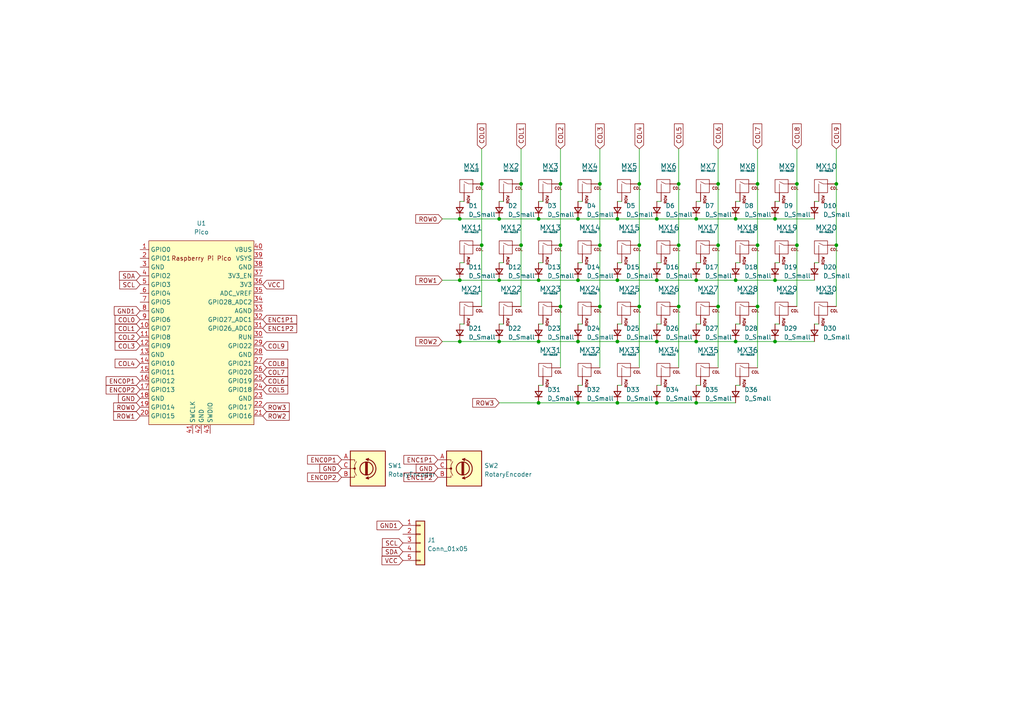
<source format=kicad_sch>
(kicad_sch (version 20211123) (generator eeschema)
  (paper "A4")
  (lib_symbols
    (symbol "Connector_Generic:Conn_01x05" (pin_names (offset 1.016) hide)
      (property "Reference" "J" (at 0 7.62 0))
      (property "Value" "Conn_01x05" (at 0 -7.62 0))
      (symbol "Conn_01x05_1_1"
        (rectangle (start -1.27 -4.953) (end 0 -5.207) (stroke (width 0.1524)))
        (rectangle (start -1.27 -2.413) (end 0 -2.667) (stroke (width 0.1524)))
        (rectangle (start -1.27 0.127) (end 0 -0.127) (stroke (width 0.1524)))
        (rectangle (start -1.27 2.667) (end 0 2.413) (stroke (width 0.1524)))
        (rectangle (start -1.27 5.207) (end 0 4.953) (stroke (width 0.1524)))
        (rectangle (start -1.27 6.35) (end 1.27 -6.35) (stroke (width 0.254)) (fill (type background)))
        (pin passive line (at -5.08 5.08 0) (length 3.81) (name "Pin_1") (number "1"))
        (pin passive line (at -5.08 2.54 0) (length 3.81) (name "Pin_2") (number "2"))
        (pin passive line (at -5.08 0 0) (length 3.81) (name "Pin_3") (number "3"))
        (pin passive line (at -5.08 -2.54 0) (length 3.81) (name "Pin_4") (number "4"))
        (pin passive line (at -5.08 -5.08 0) (length 3.81) (name "Pin_5") (number "5"))
      )
    )
    (symbol "Device:D_Small" (pin_numbers hide) (pin_names (offset 0.254) hide)
      (property "Reference" "D" (at -1.27 2.032 0))
      (property "Value" "D_Small" (at -3.81 -2.032 0))
      (symbol "D_Small_0_1"
        (polyline (pts (xy -0.762 -1.016) (xy -0.762 1.016)) (stroke (width 0.254)))
        (polyline (pts (xy -0.762 0) (xy 0.762 0)))
        (polyline (pts (xy 0.762 -1.016) (xy -0.762 0) (xy 0.762 1.016) (xy 0.762 -1.016)) (stroke (width 0.254)))
      )
      (symbol "D_Small_1_1"
        (pin passive line (at -2.54 0 0) (length 1.778) (name "K") (number "1"))
        (pin passive line (at 2.54 0 180) (length 1.778) (name "A") (number "2"))
      )
    )
    (symbol "Device:RotaryEncoder" (pin_names (offset 0.254) hide)
      (property "Reference" "SW" (at 0 6.604 0))
      (property "Value" "RotaryEncoder" (at 0 -6.604 0))
      (symbol "RotaryEncoder_0_1"
        (rectangle (start -5.08 5.08) (end 5.08 -5.08) (stroke (width 0.254)) (fill (type background)))
        (circle (center -3.81 0) (radius 0.254) (fill (type outline)))
        (arc (start -0.381 -2.794) (mid 2.3622 -0.0508) (end -0.381 2.667) (stroke (width 0.254)))
        (circle (center -0.381 0) (radius 1.905) (stroke (width 0.254)))
        (polyline (pts (xy -0.635 -1.778) (xy -0.635 1.778)) (stroke (width 0.254)))
        (polyline (pts (xy -0.381 -1.778) (xy -0.381 1.778)) (stroke (width 0.254)))
        (polyline (pts (xy -0.127 1.778) (xy -0.127 -1.778)) (stroke (width 0.254)))
        (polyline (pts (xy -5.08 -2.54) (xy -3.81 -2.54) (xy -3.81 -2.032)))
        (polyline (pts (xy -5.08 2.54) (xy -3.81 2.54) (xy -3.81 2.032)))
        (polyline (pts (xy 0.254 -3.048) (xy -0.508 -2.794) (xy 0.127 -2.413)) (stroke (width 0.254)))
        (polyline (pts (xy 0.254 2.921) (xy -0.508 2.667) (xy 0.127 2.286)) (stroke (width 0.254)))
        (polyline (pts (xy -5.08 0) (xy -3.81 0) (xy -3.81 -1.016) (xy -3.302 -2.032)))
        (polyline (pts (xy -4.318 0) (xy -3.81 0) (xy -3.81 1.016) (xy -3.302 2.032)))
      )
      (symbol "RotaryEncoder_1_1"
        (pin passive line (at -7.62 2.54 0) (length 2.54) (name "A") (number "A"))
        (pin passive line (at -7.62 -2.54 0) (length 2.54) (name "B") (number "B"))
        (pin passive line (at -7.62 0 0) (length 2.54) (name "C") (number "C"))
      )
    )
    (symbol "MCU_RaspberryPi_and_Boards:Pico"
      (property "Reference" "U" (at -13.97 27.94 0))
      (property "Value" "Pico" (at 0 19.05 0))
      (symbol "Pico_0_0"
        (text "Raspberry Pi Pico" (at 0 21.59 0) (effects (font (size 1.27 1.27))))
      )
      (symbol "Pico_0_1"
        (rectangle (start -15.24 26.67) (end 15.24 -26.67) (fill (type background)))
      )
      (symbol "Pico_1_1"
        (pin bidirectional line (at -17.78 24.13 0) (length 2.54) (name "GPIO0") (number "1"))
        (pin bidirectional line (at -17.78 1.27 0) (length 2.54) (name "GPIO7") (number "10"))
        (pin bidirectional line (at -17.78 -1.27 0) (length 2.54) (name "GPIO8") (number "11"))
        (pin bidirectional line (at -17.78 -3.81 0) (length 2.54) (name "GPIO9") (number "12"))
        (pin power_in line (at -17.78 -6.35 0) (length 2.54) (name "GND") (number "13"))
        (pin bidirectional line (at -17.78 -8.89 0) (length 2.54) (name "GPIO10") (number "14"))
        (pin bidirectional line (at -17.78 -11.43 0) (length 2.54) (name "GPIO11") (number "15"))
        (pin bidirectional line (at -17.78 -13.97 0) (length 2.54) (name "GPIO12") (number "16"))
        (pin bidirectional line (at -17.78 -16.51 0) (length 2.54) (name "GPIO13") (number "17"))
        (pin power_in line (at -17.78 -19.05 0) (length 2.54) (name "GND") (number "18"))
        (pin bidirectional line (at -17.78 -21.59 0) (length 2.54) (name "GPIO14") (number "19"))
        (pin bidirectional line (at -17.78 21.59 0) (length 2.54) (name "GPIO1") (number "2"))
        (pin bidirectional line (at -17.78 -24.13 0) (length 2.54) (name "GPIO15") (number "20"))
        (pin bidirectional line (at 17.78 -24.13 180) (length 2.54) (name "GPIO16") (number "21"))
        (pin bidirectional line (at 17.78 -21.59 180) (length 2.54) (name "GPIO17") (number "22"))
        (pin power_in line (at 17.78 -19.05 180) (length 2.54) (name "GND") (number "23"))
        (pin bidirectional line (at 17.78 -16.51 180) (length 2.54) (name "GPIO18") (number "24"))
        (pin bidirectional line (at 17.78 -13.97 180) (length 2.54) (name "GPIO19") (number "25"))
        (pin bidirectional line (at 17.78 -11.43 180) (length 2.54) (name "GPIO20") (number "26"))
        (pin bidirectional line (at 17.78 -8.89 180) (length 2.54) (name "GPIO21") (number "27"))
        (pin power_in line (at 17.78 -6.35 180) (length 2.54) (name "GND") (number "28"))
        (pin bidirectional line (at 17.78 -3.81 180) (length 2.54) (name "GPIO22") (number "29"))
        (pin power_in line (at -17.78 19.05 0) (length 2.54) (name "GND") (number "3"))
        (pin input line (at 17.78 -1.27 180) (length 2.54) (name "RUN") (number "30"))
        (pin bidirectional line (at 17.78 1.27 180) (length 2.54) (name "GPIO26_ADC0") (number "31"))
        (pin bidirectional line (at 17.78 3.81 180) (length 2.54) (name "GPIO27_ADC1") (number "32"))
        (pin power_in line (at 17.78 6.35 180) (length 2.54) (name "AGND") (number "33"))
        (pin bidirectional line (at 17.78 8.89 180) (length 2.54) (name "GPIO28_ADC2") (number "34"))
        (pin power_in line (at 17.78 11.43 180) (length 2.54) (name "ADC_VREF") (number "35"))
        (pin power_in line (at 17.78 13.97 180) (length 2.54) (name "3V3") (number "36"))
        (pin input line (at 17.78 16.51 180) (length 2.54) (name "3V3_EN") (number "37"))
        (pin bidirectional line (at 17.78 19.05 180) (length 2.54) (name "GND") (number "38"))
        (pin power_in line (at 17.78 21.59 180) (length 2.54) (name "VSYS") (number "39"))
        (pin bidirectional line (at -17.78 16.51 0) (length 2.54) (name "GPIO2") (number "4"))
        (pin power_in line (at 17.78 24.13 180) (length 2.54) (name "VBUS") (number "40"))
        (pin input line (at -2.54 -29.21 90) (length 2.54) (name "SWCLK") (number "41"))
        (pin power_in line (at 0 -29.21 90) (length 2.54) (name "GND") (number "42"))
        (pin bidirectional line (at 2.54 -29.21 90) (length 2.54) (name "SWDIO") (number "43"))
        (pin bidirectional line (at -17.78 13.97 0) (length 2.54) (name "GPIO3") (number "5"))
        (pin bidirectional line (at -17.78 11.43 0) (length 2.54) (name "GPIO4") (number "6"))
        (pin bidirectional line (at -17.78 8.89 0) (length 2.54) (name "GPIO5") (number "7"))
        (pin power_in line (at -17.78 6.35 0) (length 2.54) (name "GND") (number "8"))
        (pin bidirectional line (at -17.78 3.81 0) (length 2.54) (name "GPIO6") (number "9"))
      )
    )
    (symbol "MX_Alps_Hybrid:MX-NoLED" (pin_names (offset 1.016))
      (property "Reference" "MX" (at -0.635 3.81 0))
      (property "Value" "MX-NoLED" (at -0.635 1.27 0))
      (symbol "MX-NoLED_0_0"
        (rectangle (start -2.54 2.54) (end 1.27 -1.27))
        (polyline (pts (xy -1.27 -1.27) (xy -1.27 1.27)) (stroke (width 0.127)))
        (polyline (pts (xy 1.27 1.27) (xy 0 1.27) (xy -1.27 1.905)) (stroke (width 0.127)))
        (text "COL" (at 3.175 0 0) (effects (font (size 0.762 0.762))))
        (text "ROW" (at 0 -1.905 900) (effects (font (size 0.762 0.762)) (justify right)))
      )
      (symbol "MX-NoLED_1_1"
        (pin passive line (at 3.81 1.27 180) (length 2.54) (name "COL") (number "1"))
        (pin passive line (at -1.27 -3.81 90) (length 2.54) (name "ROW") (number "2"))
      )
    )
  )
  (junction (at 179.07 81.28))
  (junction (at 144.78 99.06))
  (junction (at 156.21 116.84))
  (junction (at 167.64 99.06))
  (junction (at 190.5 116.84))
  (junction (at 224.79 99.06))
  (junction (at 139.7 53.34))
  (junction (at 173.99 71.12))
  (junction (at 167.64 81.28))
  (junction (at 139.7 71.12))
  (junction (at 173.99 88.9))
  (junction (at 167.64 116.84))
  (junction (at 179.07 63.5))
  (junction (at 179.07 116.84))
  (junction (at 213.36 81.28))
  (junction (at 167.64 63.5))
  (junction (at 190.5 63.5))
  (junction (at 133.35 99.06))
  (junction (at 219.71 88.9))
  (junction (at 208.28 53.34))
  (junction (at 185.42 53.34))
  (junction (at 156.21 99.06))
  (junction (at 242.57 53.34))
  (junction (at 219.71 53.34))
  (junction (at 144.78 63.5))
  (junction (at 133.35 63.5))
  (junction (at 179.07 99.06))
  (junction (at 162.56 88.9))
  (junction (at 190.5 81.28))
  (junction (at 213.36 63.5))
  (junction (at 151.13 71.12))
  (junction (at 201.93 63.5))
  (junction (at 156.21 81.28))
  (junction (at 231.14 71.12))
  (junction (at 219.71 71.12))
  (junction (at 201.93 116.84))
  (junction (at 185.42 71.12))
  (junction (at 208.28 88.9))
  (junction (at 162.56 71.12))
  (junction (at 151.13 53.34))
  (junction (at 196.85 53.34))
  (junction (at 201.93 99.06))
  (junction (at 242.57 71.12))
  (junction (at 190.5 99.06))
  (junction (at 224.79 81.28))
  (junction (at 156.21 63.5))
  (junction (at 224.79 63.5))
  (junction (at 133.35 81.28))
  (junction (at 196.85 71.12))
  (junction (at 201.93 81.28))
  (junction (at 144.78 81.28))
  (junction (at 185.42 88.9))
  (junction (at 162.56 53.34))
  (junction (at 231.14 53.34))
  (junction (at 196.85 88.9))
  (junction (at 208.28 71.12))
  (junction (at 213.36 99.06))
  (junction (at 173.99 53.34))
  (wire (pts (xy 208.28 71.12) (xy 208.28 88.9)))
  (wire (pts (xy 144.78 58.42) (xy 146.05 58.42)))
  (wire (pts (xy 231.14 53.34) (xy 231.14 71.12)))
  (wire (pts (xy 190.5 99.06) (xy 201.93 99.06)))
  (wire (pts (xy 201.93 111.76) (xy 203.2 111.76)))
  (wire (pts (xy 242.57 71.12) (xy 242.57 88.9)))
  (wire (pts (xy 179.07 58.42) (xy 180.34 58.42)))
  (wire (pts (xy 173.99 88.9) (xy 173.99 106.68)))
  (wire (pts (xy 179.07 111.76) (xy 180.34 111.76)))
  (wire (pts (xy 162.56 88.9) (xy 162.56 106.68)))
  (wire (pts (xy 167.64 111.76) (xy 168.91 111.76)))
  (wire (pts (xy 167.64 76.2) (xy 168.91 76.2)))
  (wire (pts (xy 201.93 116.84) (xy 213.36 116.84)))
  (wire (pts (xy 201.93 93.98) (xy 203.2 93.98)))
  (wire (pts (xy 231.14 43.18) (xy 231.14 53.34)))
  (wire (pts (xy 162.56 71.12) (xy 162.56 88.9)))
  (wire (pts (xy 167.64 81.28) (xy 179.07 81.28)))
  (wire (pts (xy 151.13 43.18) (xy 151.13 53.34)))
  (wire (pts (xy 208.28 53.34) (xy 208.28 71.12)))
  (wire (pts (xy 139.7 71.12) (xy 139.7 88.9)))
  (wire (pts (xy 156.21 58.42) (xy 157.48 58.42)))
  (wire (pts (xy 156.21 116.84) (xy 167.64 116.84)))
  (wire (pts (xy 179.07 81.28) (xy 190.5 81.28)))
  (wire (pts (xy 156.21 63.5) (xy 167.64 63.5)))
  (wire (pts (xy 133.35 58.42) (xy 134.62 58.42)))
  (wire (pts (xy 190.5 93.98) (xy 191.77 93.98)))
  (wire (pts (xy 236.22 76.2) (xy 237.49 76.2)))
  (wire (pts (xy 167.64 116.84) (xy 179.07 116.84)))
  (wire (pts (xy 201.93 63.5) (xy 213.36 63.5)))
  (wire (pts (xy 167.64 99.06) (xy 179.07 99.06)))
  (wire (pts (xy 208.28 88.9) (xy 208.28 106.68)))
  (wire (pts (xy 133.35 93.98) (xy 134.62 93.98)))
  (wire (pts (xy 236.22 93.98) (xy 237.49 93.98)))
  (wire (pts (xy 179.07 76.2) (xy 180.34 76.2)))
  (wire (pts (xy 196.85 71.12) (xy 196.85 88.9)))
  (wire (pts (xy 173.99 71.12) (xy 173.99 88.9)))
  (wire (pts (xy 179.07 116.84) (xy 190.5 116.84)))
  (wire (pts (xy 224.79 76.2) (xy 226.06 76.2)))
  (wire (pts (xy 128.27 63.5) (xy 133.35 63.5)))
  (wire (pts (xy 156.21 81.28) (xy 167.64 81.28)))
  (wire (pts (xy 133.35 81.28) (xy 144.78 81.28)))
  (wire (pts (xy 162.56 43.18) (xy 162.56 53.34)))
  (wire (pts (xy 213.36 111.76) (xy 214.63 111.76)))
  (wire (pts (xy 201.93 99.06) (xy 213.36 99.06)))
  (wire (pts (xy 185.42 88.9) (xy 185.42 106.68)))
  (wire (pts (xy 201.93 58.42) (xy 203.2 58.42)))
  (wire (pts (xy 213.36 76.2) (xy 214.63 76.2)))
  (wire (pts (xy 156.21 93.98) (xy 157.48 93.98)))
  (wire (pts (xy 139.7 43.18) (xy 139.7 53.34)))
  (wire (pts (xy 144.78 81.28) (xy 156.21 81.28)))
  (wire (pts (xy 236.22 58.42) (xy 237.49 58.42)))
  (wire (pts (xy 224.79 58.42) (xy 226.06 58.42)))
  (wire (pts (xy 162.56 53.34) (xy 162.56 71.12)))
  (wire (pts (xy 219.71 53.34) (xy 219.71 71.12)))
  (wire (pts (xy 156.21 99.06) (xy 167.64 99.06)))
  (wire (pts (xy 219.71 43.18) (xy 219.71 53.34)))
  (wire (pts (xy 201.93 76.2) (xy 203.2 76.2)))
  (wire (pts (xy 190.5 81.28) (xy 201.93 81.28)))
  (wire (pts (xy 128.27 81.28) (xy 133.35 81.28)))
  (wire (pts (xy 190.5 116.84) (xy 201.93 116.84)))
  (wire (pts (xy 196.85 53.34) (xy 196.85 71.12)))
  (wire (pts (xy 133.35 63.5) (xy 144.78 63.5)))
  (wire (pts (xy 224.79 93.98) (xy 226.06 93.98)))
  (wire (pts (xy 156.21 76.2) (xy 157.48 76.2)))
  (wire (pts (xy 190.5 76.2) (xy 191.77 76.2)))
  (wire (pts (xy 185.42 71.12) (xy 185.42 88.9)))
  (wire (pts (xy 219.71 71.12) (xy 219.71 88.9)))
  (wire (pts (xy 173.99 53.34) (xy 173.99 71.12)))
  (wire (pts (xy 190.5 58.42) (xy 191.77 58.42)))
  (wire (pts (xy 213.36 93.98) (xy 214.63 93.98)))
  (wire (pts (xy 144.78 99.06) (xy 156.21 99.06)))
  (wire (pts (xy 196.85 43.18) (xy 196.85 53.34)))
  (wire (pts (xy 224.79 81.28) (xy 236.22 81.28)))
  (wire (pts (xy 128.27 99.06) (xy 133.35 99.06)))
  (wire (pts (xy 133.35 99.06) (xy 144.78 99.06)))
  (wire (pts (xy 167.64 63.5) (xy 179.07 63.5)))
  (wire (pts (xy 179.07 99.06) (xy 190.5 99.06)))
  (wire (pts (xy 139.7 53.34) (xy 139.7 71.12)))
  (wire (pts (xy 151.13 71.12) (xy 151.13 88.9)))
  (wire (pts (xy 213.36 99.06) (xy 224.79 99.06)))
  (wire (pts (xy 196.85 88.9) (xy 196.85 106.68)))
  (wire (pts (xy 213.36 81.28) (xy 224.79 81.28)))
  (wire (pts (xy 224.79 99.06) (xy 236.22 99.06)))
  (wire (pts (xy 173.99 43.18) (xy 173.99 53.34)))
  (wire (pts (xy 144.78 93.98) (xy 146.05 93.98)))
  (wire (pts (xy 224.79 63.5) (xy 236.22 63.5)))
  (wire (pts (xy 185.42 53.34) (xy 185.42 71.12)))
  (wire (pts (xy 190.5 63.5) (xy 201.93 63.5)))
  (wire (pts (xy 144.78 116.84) (xy 156.21 116.84)))
  (wire (pts (xy 231.14 71.12) (xy 231.14 88.9)))
  (wire (pts (xy 208.28 43.18) (xy 208.28 53.34)))
  (wire (pts (xy 213.36 58.42) (xy 214.63 58.42)))
  (wire (pts (xy 144.78 63.5) (xy 156.21 63.5)))
  (wire (pts (xy 219.71 88.9) (xy 219.71 106.68)))
  (wire (pts (xy 144.78 76.2) (xy 146.05 76.2)))
  (wire (pts (xy 167.64 93.98) (xy 168.91 93.98)))
  (wire (pts (xy 190.5 111.76) (xy 191.77 111.76)))
  (wire (pts (xy 156.21 111.76) (xy 157.48 111.76)))
  (wire (pts (xy 151.13 53.34) (xy 151.13 71.12)))
  (wire (pts (xy 179.07 93.98) (xy 180.34 93.98)))
  (wire (pts (xy 167.64 58.42) (xy 168.91 58.42)))
  (wire (pts (xy 185.42 43.18) (xy 185.42 53.34)))
  (wire (pts (xy 242.57 43.18) (xy 242.57 53.34)))
  (wire (pts (xy 133.35 76.2) (xy 134.62 76.2)))
  (wire (pts (xy 179.07 63.5) (xy 190.5 63.5)))
  (wire (pts (xy 201.93 81.28) (xy 213.36 81.28)))
  (wire (pts (xy 213.36 63.5) (xy 224.79 63.5)))
  (wire (pts (xy 242.57 53.34) (xy 242.57 71.12)))
  (global_label "COL9" (shape input) (at 76.2 100.33 0) (property "Intersheet References" "${INTERSHEET_REFS}" (effects hide)))
  (global_label "ROW2" (shape input) (at 128.27 99.06 180) (property "Intersheet References" "${INTERSHEET_REFS}" (effects hide)))
  (global_label "COL1" (shape input) (at 40.64 95.25 180) (property "Intersheet References" "${INTERSHEET_REFS}" (effects hide)))
  (global_label "COL5" (shape input) (at 196.85 43.18 90) (property "Intersheet References" "${INTERSHEET_REFS}" (effects hide)))
  (global_label "COL8" (shape input) (at 231.14 43.18 90) (property "Intersheet References" "${INTERSHEET_REFS}" (effects hide)))
  (global_label "GND" (shape input) (at 99.06 135.89 180) (property "Intersheet References" "${INTERSHEET_REFS}" (effects hide)))
  (global_label "COL2" (shape input) (at 40.64 97.79 180) (property "Intersheet References" "${INTERSHEET_REFS}" (effects hide)))
  (global_label "COL6" (shape input) (at 208.28 43.18 90) (property "Intersheet References" "${INTERSHEET_REFS}" (effects hide)))
  (global_label "ENC0P1" (shape input) (at 99.06 133.35 180) (property "Intersheet References" "${INTERSHEET_REFS}" (effects hide)))
  (global_label "COL6" (shape input) (at 76.2 110.49 0) (property "Intersheet References" "${INTERSHEET_REFS}" (effects hide)))
  (global_label "COL9" (shape input) (at 242.57 43.18 90) (property "Intersheet References" "${INTERSHEET_REFS}" (effects hide)))
  (global_label "ENC1P2" (shape input) (at 127 138.43 180) (property "Intersheet References" "${INTERSHEET_REFS}" (effects hide)))
  (global_label "ROW3" (shape input) (at 76.2 118.11 0) (property "Intersheet References" "${INTERSHEET_REFS}" (effects hide)))
  (global_label "COL7" (shape input) (at 76.2 107.95 0) (property "Intersheet References" "${INTERSHEET_REFS}" (effects hide)))
  (global_label "COL8" (shape input) (at 76.2 105.41 0) (property "Intersheet References" "${INTERSHEET_REFS}" (effects hide)))
  (global_label "COL1" (shape input) (at 151.13 43.18 90) (property "Intersheet References" "${INTERSHEET_REFS}" (effects hide)))
  (global_label "VCC" (shape input) (at 116.84 162.56 180) (property "Intersheet References" "${INTERSHEET_REFS}" (effects hide)))
  (global_label "COL3" (shape input) (at 40.64 100.33 180) (property "Intersheet References" "${INTERSHEET_REFS}" (effects hide)))
  (global_label "ROW2" (shape input) (at 76.2 120.65 0) (property "Intersheet References" "${INTERSHEET_REFS}" (effects hide)))
  (global_label "ROW1" (shape input) (at 128.27 81.28 180) (property "Intersheet References" "${INTERSHEET_REFS}" (effects hide)))
  (global_label "SCL" (shape input) (at 40.64 82.55 180) (property "Intersheet References" "${INTERSHEET_REFS}" (effects hide)))
  (global_label "ENC0P2" (shape input) (at 99.06 138.43 180) (property "Intersheet References" "${INTERSHEET_REFS}" (effects hide)))
  (global_label "ENC0P2" (shape input) (at 40.64 113.03 180) (property "Intersheet References" "${INTERSHEET_REFS}" (effects hide)))
  (global_label "SDA" (shape input) (at 40.64 80.01 180) (property "Intersheet References" "${INTERSHEET_REFS}" (effects hide)))
  (global_label "GND" (shape input) (at 127 135.89 180) (property "Intersheet References" "${INTERSHEET_REFS}" (effects hide)))
  (global_label "GND" (shape input) (at 40.64 115.57 180) (property "Intersheet References" "${INTERSHEET_REFS}" (effects hide)))
  (global_label "COL2" (shape input) (at 162.56 43.18 90) (property "Intersheet References" "${INTERSHEET_REFS}" (effects hide)))
  (global_label "VCC" (shape input) (at 76.2 82.55 0) (property "Intersheet References" "${INTERSHEET_REFS}" (effects hide)))
  (global_label "ENC1P1" (shape input) (at 76.2 92.71 0) (property "Intersheet References" "${INTERSHEET_REFS}" (effects hide)))
  (global_label "GND1" (shape input) (at 40.64 90.17 180) (property "Intersheet References" "${INTERSHEET_REFS}" (effects hide)))
  (global_label "COL3" (shape input) (at 173.99 43.18 90) (property "Intersheet References" "${INTERSHEET_REFS}" (effects hide)))
  (global_label "COL0" (shape input) (at 139.7 43.18 90) (property "Intersheet References" "${INTERSHEET_REFS}" (effects hide)))
  (global_label "COL5" (shape input) (at 76.2 113.03 0) (property "Intersheet References" "${INTERSHEET_REFS}" (effects hide)))
  (global_label "COL4" (shape input) (at 185.42 43.18 90) (property "Intersheet References" "${INTERSHEET_REFS}" (effects hide)))
  (global_label "GND1" (shape input) (at 116.84 152.4 180) (property "Intersheet References" "${INTERSHEET_REFS}" (effects hide)))
  (global_label "ROW1" (shape input) (at 40.64 120.65 180) (property "Intersheet References" "${INTERSHEET_REFS}" (effects hide)))
  (global_label "ROW0" (shape input) (at 128.27 63.5 180) (property "Intersheet References" "${INTERSHEET_REFS}" (effects hide)))
  (global_label "ENC1P2" (shape input) (at 76.2 95.25 0) (property "Intersheet References" "${INTERSHEET_REFS}" (effects hide)))
  (global_label "COL0" (shape input) (at 40.64 92.71 180) (property "Intersheet References" "${INTERSHEET_REFS}" (effects hide)))
  (global_label "ROW3" (shape input) (at 144.78 116.84 180) (property "Intersheet References" "${INTERSHEET_REFS}" (effects hide)))
  (global_label "ROW0" (shape input) (at 40.64 118.11 180) (property "Intersheet References" "${INTERSHEET_REFS}" (effects hide)))
  (global_label "COL4" (shape input) (at 40.64 105.41 180) (property "Intersheet References" "${INTERSHEET_REFS}" (effects hide)))
  (global_label "SDA" (shape input) (at 116.84 160.02 180) (property "Intersheet References" "${INTERSHEET_REFS}" (effects hide)))
  (global_label "ENC1P1" (shape input) (at 127 133.35 180) (property "Intersheet References" "${INTERSHEET_REFS}" (effects hide)))
  (global_label "SCL" (shape input) (at 116.84 157.48 180) (property "Intersheet References" "${INTERSHEET_REFS}" (effects hide)))
  (global_label "COL7" (shape input) (at 219.71 43.18 90) (property "Intersheet References" "${INTERSHEET_REFS}" (effects hide)))
  (global_label "ENC0P1" (shape input) (at 40.64 110.49 180) (property "Intersheet References" "${INTERSHEET_REFS}" (effects hide)))
  (symbol (lib_id "MX_Alps_Hybrid:MX-NoLED") (at 181.61 107.95 0) (unit 1)
    (property "Reference" "MX33" (at 182.4956 101.6 0) (effects (font (size 1.524 1.524))))
    (property "Value" "MX-NoLED" (at 182.4956 102.87 0) (effects (font (size 0.508 0.508))))
    (property "Footprint" "Keebio-Parts:Kailh-PG1350-1u-NoLED" (effects hide))
  )
  (symbol (lib_id "MX_Alps_Hybrid:MX-NoLED") (at 181.61 90.17 0) (unit 1)
    (property "Reference" "MX25" (at 182.4956 83.82 0) (effects (font (size 1.524 1.524))))
    (property "Value" "MX-NoLED" (at 182.4956 85.09 0) (effects (font (size 0.508 0.508))))
    (property "Footprint" "Keebio-Parts:Kailh-PG1350-1u-NoLED" (effects hide))
  )
  (symbol (lib_id "Device:RotaryEncoder") (at 134.62 135.89 0) (unit 1)
    (property "Reference" "SW2" (at 140.462 135.0553 0) (effects (justify left)))
    (property "Value" "RotaryEncoder" (at 140.462 137.5922 0) (effects (justify left)))
    (property "Footprint" "Rotary_Encoder:RotaryEncoder_Alps_EC12E_Vertical_H20mm" (effects hide))
  )
  (symbol (lib_id "MX_Alps_Hybrid:MX-NoLED") (at 135.89 90.17 0) (unit 1)
    (property "Reference" "MX21" (at 136.7756 83.82 0) (effects (font (size 1.524 1.524))))
    (property "Value" "MX-NoLED" (at 136.7756 85.09 0) (effects (font (size 0.508 0.508))))
    (property "Footprint" "Keebio-Parts:Kailh-PG1350-1u-NoLED" (effects hide))
  )
  (symbol (lib_id "MX_Alps_Hybrid:MX-NoLED") (at 170.18 54.61 0) (unit 1)
    (property "Reference" "MX4" (at 171.0656 48.26 0) (effects (font (size 1.524 1.524))))
    (property "Value" "MX-NoLED" (at 171.0656 49.53 0) (effects (font (size 0.508 0.508))))
    (property "Footprint" "Keebio-Parts:Kailh-PG1350-1u-NoLED" (effects hide))
  )
  (symbol (lib_id "MX_Alps_Hybrid:MX-NoLED") (at 204.47 54.61 0) (unit 1)
    (property "Reference" "MX7" (at 205.3556 48.26 0) (effects (font (size 1.524 1.524))))
    (property "Value" "MX-NoLED" (at 205.3556 49.53 0) (effects (font (size 0.508 0.508))))
    (property "Footprint" "Keebio-Parts:Kailh-PG1350-1u-NoLED" (effects hide))
  )
  (symbol (lib_id "Connector_Generic:Conn_01x05") (at 121.92 157.48 0) (unit 1)
    (property "Reference" "J1" (at 123.952 156.6453 0) (effects (justify left)))
    (property "Value" "Conn_01x05" (at 123.952 159.1822 0) (effects (justify left)))
    (property "Footprint" "other_parts:pimoroni" (effects hide))
  )
  (symbol (lib_id "Device:D_Small") (at 201.93 96.52 90) (unit 1)
    (property "Reference" "D27" (at 204.47 95.2499 90) (effects (justify right)))
    (property "Value" "D_Small" (at 204.47 97.7899 90) (effects (justify right)))
    (property "Footprint" "Keebio-Parts:Diode-Hybrid-Back" (effects hide))
  )
  (symbol (lib_id "MX_Alps_Hybrid:MX-NoLED") (at 147.32 90.17 0) (unit 1)
    (property "Reference" "MX22" (at 148.2056 83.82 0) (effects (font (size 1.524 1.524))))
    (property "Value" "MX-NoLED" (at 148.2056 85.09 0) (effects (font (size 0.508 0.508))))
    (property "Footprint" "Keebio-Parts:Kailh-PG1350-1u-NoLED" (effects hide))
  )
  (symbol (lib_id "Device:D_Small") (at 167.64 60.96 90) (unit 1)
    (property "Reference" "D4" (at 170.18 59.6899 90) (effects (justify right)))
    (property "Value" "D_Small" (at 170.18 62.2299 90) (effects (justify right)))
    (property "Footprint" "Keebio-Parts:Diode-Hybrid-Back" (effects hide))
  )
  (symbol (lib_id "MX_Alps_Hybrid:MX-NoLED") (at 135.89 72.39 0) (unit 1)
    (property "Reference" "MX11" (at 136.7756 66.04 0) (effects (font (size 1.524 1.524))))
    (property "Value" "MX-NoLED" (at 136.7756 67.31 0) (effects (font (size 0.508 0.508))))
    (property "Footprint" "Keebio-Parts:Kailh-PG1350-1u-NoLED" (effects hide))
  )
  (symbol (lib_id "MX_Alps_Hybrid:MX-NoLED") (at 158.75 90.17 0) (unit 1)
    (property "Reference" "MX23" (at 159.6356 83.82 0) (effects (font (size 1.524 1.524))))
    (property "Value" "MX-NoLED" (at 159.6356 85.09 0) (effects (font (size 0.508 0.508))))
    (property "Footprint" "Keebio-Parts:Kailh-PG1350-1u-NoLED" (effects hide))
  )
  (symbol (lib_id "MX_Alps_Hybrid:MX-NoLED") (at 158.75 54.61 0) (unit 1)
    (property "Reference" "MX3" (at 159.6356 48.26 0) (effects (font (size 1.524 1.524))))
    (property "Value" "MX-NoLED" (at 159.6356 49.53 0) (effects (font (size 0.508 0.508))))
    (property "Footprint" "Keebio-Parts:Kailh-PG1350-1u-NoLED" (effects hide))
  )
  (symbol (lib_id "Device:D_Small") (at 190.5 60.96 90) (unit 1)
    (property "Reference" "D6" (at 193.04 59.6899 90) (effects (justify right)))
    (property "Value" "D_Small" (at 193.04 62.2299 90) (effects (justify right)))
    (property "Footprint" "Keebio-Parts:Diode-Hybrid-Back" (effects hide))
  )
  (symbol (lib_id "MX_Alps_Hybrid:MX-NoLED") (at 238.76 54.61 0) (unit 1)
    (property "Reference" "MX10" (at 239.6456 48.26 0) (effects (font (size 1.524 1.524))))
    (property "Value" "MX-NoLED" (at 239.6456 49.53 0) (effects (font (size 0.508 0.508))))
    (property "Footprint" "Keebio-Parts:Kailh-PG1350-1u-NoLED" (effects hide))
  )
  (symbol (lib_id "MX_Alps_Hybrid:MX-NoLED") (at 193.04 107.95 0) (unit 1)
    (property "Reference" "MX34" (at 193.9256 101.6 0) (effects (font (size 1.524 1.524))))
    (property "Value" "MX-NoLED" (at 193.9256 102.87 0) (effects (font (size 0.508 0.508))))
    (property "Footprint" "Keebio-Parts:Kailh-PG1350-1u-NoLED" (effects hide))
  )
  (symbol (lib_id "MX_Alps_Hybrid:MX-NoLED") (at 181.61 72.39 0) (unit 1)
    (property "Reference" "MX15" (at 182.4956 66.04 0) (effects (font (size 1.524 1.524))))
    (property "Value" "MX-NoLED" (at 182.4956 67.31 0) (effects (font (size 0.508 0.508))))
    (property "Footprint" "Keebio-Parts:Kailh-PG1350-1u-NoLED" (effects hide))
  )
  (symbol (lib_id "MX_Alps_Hybrid:MX-NoLED") (at 147.32 54.61 0) (unit 1)
    (property "Reference" "MX2" (at 148.2056 48.26 0) (effects (font (size 1.524 1.524))))
    (property "Value" "MX-NoLED" (at 148.2056 49.53 0) (effects (font (size 0.508 0.508))))
    (property "Footprint" "Keebio-Parts:Kailh-PG1350-1u-NoLED" (effects hide))
  )
  (symbol (lib_id "MX_Alps_Hybrid:MX-NoLED") (at 135.89 54.61 0) (unit 1)
    (property "Reference" "MX1" (at 136.7756 48.26 0) (effects (font (size 1.524 1.524))))
    (property "Value" "MX-NoLED" (at 136.7756 49.53 0) (effects (font (size 0.508 0.508))))
    (property "Footprint" "Keebio-Parts:Kailh-PG1350-1u-NoLED" (effects hide))
  )
  (symbol (lib_id "Device:D_Small") (at 179.07 78.74 90) (unit 1)
    (property "Reference" "D15" (at 181.61 77.4699 90) (effects (justify right)))
    (property "Value" "D_Small" (at 181.61 80.0099 90) (effects (justify right)))
    (property "Footprint" "Keebio-Parts:Diode-Hybrid-Back" (effects hide))
  )
  (symbol (lib_id "Device:D_Small") (at 213.36 78.74 90) (unit 1)
    (property "Reference" "D18" (at 215.9 77.4699 90) (effects (justify right)))
    (property "Value" "D_Small" (at 215.9 80.0099 90) (effects (justify right)))
    (property "Footprint" "Keebio-Parts:Diode-Hybrid-Back" (effects hide))
  )
  (symbol (lib_id "MX_Alps_Hybrid:MX-NoLED") (at 193.04 54.61 0) (unit 1)
    (property "Reference" "MX6" (at 193.9256 48.26 0) (effects (font (size 1.524 1.524))))
    (property "Value" "MX-NoLED" (at 193.9256 49.53 0) (effects (font (size 0.508 0.508))))
    (property "Footprint" "Keebio-Parts:Kailh-PG1350-1u-NoLED" (effects hide))
  )
  (symbol (lib_id "MX_Alps_Hybrid:MX-NoLED") (at 238.76 90.17 0) (unit 1)
    (property "Reference" "MX30" (at 239.6456 83.82 0) (effects (font (size 1.524 1.524))))
    (property "Value" "MX-NoLED" (at 239.6456 85.09 0) (effects (font (size 0.508 0.508))))
    (property "Footprint" "Keebio-Parts:Kailh-PG1350-1u-NoLED" (effects hide))
  )
  (symbol (lib_id "MX_Alps_Hybrid:MX-NoLED") (at 181.61 54.61 0) (unit 1)
    (property "Reference" "MX5" (at 182.4956 48.26 0) (effects (font (size 1.524 1.524))))
    (property "Value" "MX-NoLED" (at 182.4956 49.53 0) (effects (font (size 0.508 0.508))))
    (property "Footprint" "Keebio-Parts:Kailh-PG1350-1u-NoLED" (effects hide))
  )
  (symbol (lib_id "Device:RotaryEncoder") (at 106.68 135.89 0) (unit 1)
    (property "Reference" "SW1" (at 112.522 135.0553 0) (effects (justify left)))
    (property "Value" "RotaryEncoder" (at 112.522 137.5922 0) (effects (justify left)))
    (property "Footprint" "Rotary_Encoder:RotaryEncoder_Alps_EC12E_Vertical_H20mm" (effects hide))
  )
  (symbol (lib_id "MCU_RaspberryPi_and_Boards:Pico") (at 58.42 96.52 0) (unit 1)
    (property "Reference" "U1" (at 58.42 64.77 0))
    (property "Value" "Pico" (at 58.42 67.31 0))
    (property "Footprint" "MCU_RaspberryPi_and_Boards:RPi_Pico_SMD_TH" (effects hide))
  )
  (symbol (lib_id "MX_Alps_Hybrid:MX-NoLED") (at 147.32 72.39 0) (unit 1)
    (property "Reference" "MX12" (at 148.2056 66.04 0) (effects (font (size 1.524 1.524))))
    (property "Value" "MX-NoLED" (at 148.2056 67.31 0) (effects (font (size 0.508 0.508))))
    (property "Footprint" "Keebio-Parts:Kailh-PG1350-1u-NoLED" (effects hide))
  )
  (symbol (lib_id "Device:D_Small") (at 224.79 78.74 90) (unit 1)
    (property "Reference" "D19" (at 227.33 77.4699 90) (effects (justify right)))
    (property "Value" "D_Small" (at 227.33 80.0099 90) (effects (justify right)))
    (property "Footprint" "Keebio-Parts:Diode-Hybrid-Back" (effects hide))
  )
  (symbol (lib_id "MX_Alps_Hybrid:MX-NoLED") (at 215.9 107.95 0) (unit 1)
    (property "Reference" "MX36" (at 216.7856 101.6 0) (effects (font (size 1.524 1.524))))
    (property "Value" "MX-NoLED" (at 216.7856 102.87 0) (effects (font (size 0.508 0.508))))
    (property "Footprint" "Keebio-Parts:Kailh-PG1350-1u-NoLED" (effects hide))
  )
  (symbol (lib_id "Device:D_Small") (at 201.93 114.3 90) (unit 1)
    (property "Reference" "D35" (at 204.47 113.0299 90) (effects (justify right)))
    (property "Value" "D_Small" (at 204.47 115.5699 90) (effects (justify right)))
    (property "Footprint" "Keebio-Parts:Diode-Hybrid-Back" (effects hide))
  )
  (symbol (lib_id "MX_Alps_Hybrid:MX-NoLED") (at 204.47 107.95 0) (unit 1)
    (property "Reference" "MX35" (at 205.3556 101.6 0) (effects (font (size 1.524 1.524))))
    (property "Value" "MX-NoLED" (at 205.3556 102.87 0) (effects (font (size 0.508 0.508))))
    (property "Footprint" "Keebio-Parts:Kailh-PG1350-1u-NoLED" (effects hide))
  )
  (symbol (lib_id "Device:D_Small") (at 167.64 96.52 90) (unit 1)
    (property "Reference" "D24" (at 170.18 95.2499 90) (effects (justify right)))
    (property "Value" "D_Small" (at 170.18 97.7899 90) (effects (justify right)))
    (property "Footprint" "Keebio-Parts:Diode-Hybrid-Back" (effects hide))
  )
  (symbol (lib_id "Device:D_Small") (at 133.35 60.96 90) (unit 1)
    (property "Reference" "D1" (at 135.89 59.6899 90) (effects (justify right)))
    (property "Value" "D_Small" (at 135.89 62.2299 90) (effects (justify right)))
    (property "Footprint" "Keebio-Parts:Diode-Hybrid-Back" (effects hide))
  )
  (symbol (lib_id "Device:D_Small") (at 213.36 60.96 90) (unit 1)
    (property "Reference" "D8" (at 215.9 59.6899 90) (effects (justify right)))
    (property "Value" "D_Small" (at 215.9 62.2299 90) (effects (justify right)))
    (property "Footprint" "Keebio-Parts:Diode-Hybrid-Back" (effects hide))
  )
  (symbol (lib_id "Device:D_Small") (at 167.64 78.74 90) (unit 1)
    (property "Reference" "D14" (at 170.18 77.4699 90) (effects (justify right)))
    (property "Value" "D_Small" (at 170.18 80.0099 90) (effects (justify right)))
    (property "Footprint" "Keebio-Parts:Diode-Hybrid-Back" (effects hide))
  )
  (symbol (lib_id "Device:D_Small") (at 167.64 114.3 90) (unit 1)
    (property "Reference" "D32" (at 170.18 113.0299 90) (effects (justify right)))
    (property "Value" "D_Small" (at 170.18 115.5699 90) (effects (justify right)))
    (property "Footprint" "Keebio-Parts:Diode-Hybrid-Back" (effects hide))
  )
  (symbol (lib_id "Device:D_Small") (at 213.36 114.3 90) (unit 1)
    (property "Reference" "D36" (at 215.9 113.0299 90) (effects (justify right)))
    (property "Value" "D_Small" (at 215.9 115.5699 90) (effects (justify right)))
    (property "Footprint" "Keebio-Parts:Diode-Hybrid-Back" (effects hide))
  )
  (symbol (lib_id "Device:D_Small") (at 236.22 60.96 90) (unit 1)
    (property "Reference" "D10" (at 238.76 59.6899 90) (effects (justify right)))
    (property "Value" "D_Small" (at 238.76 62.2299 90) (effects (justify right)))
    (property "Footprint" "Keebio-Parts:Diode-Hybrid-Back" (effects hide))
  )
  (symbol (lib_id "Device:D_Small") (at 156.21 114.3 90) (unit 1)
    (property "Reference" "D31" (at 158.75 113.0299 90) (effects (justify right)))
    (property "Value" "D_Small" (at 158.75 115.5699 90) (effects (justify right)))
    (property "Footprint" "Keebio-Parts:Diode-Hybrid-Back" (effects hide))
  )
  (symbol (lib_id "Device:D_Small") (at 236.22 78.74 90) (unit 1)
    (property "Reference" "D20" (at 238.76 77.4699 90) (effects (justify right)))
    (property "Value" "D_Small" (at 238.76 80.0099 90) (effects (justify right)))
    (property "Footprint" "Keebio-Parts:Diode-Hybrid-Back" (effects hide))
  )
  (symbol (lib_id "MX_Alps_Hybrid:MX-NoLED") (at 238.76 72.39 0) (unit 1)
    (property "Reference" "MX20" (at 239.6456 66.04 0) (effects (font (size 1.524 1.524))))
    (property "Value" "MX-NoLED" (at 239.6456 67.31 0) (effects (font (size 0.508 0.508))))
    (property "Footprint" "Keebio-Parts:Kailh-PG1350-1u-NoLED" (effects hide))
  )
  (symbol (lib_id "MX_Alps_Hybrid:MX-NoLED") (at 215.9 54.61 0) (unit 1)
    (property "Reference" "MX8" (at 216.7856 48.26 0) (effects (font (size 1.524 1.524))))
    (property "Value" "MX-NoLED" (at 216.7856 49.53 0) (effects (font (size 0.508 0.508))))
    (property "Footprint" "Keebio-Parts:Kailh-PG1350-1u-NoLED" (effects hide))
  )
  (symbol (lib_id "Device:D_Small") (at 224.79 96.52 90) (unit 1)
    (property "Reference" "D29" (at 227.33 95.2499 90) (effects (justify right)))
    (property "Value" "D_Small" (at 227.33 97.7899 90) (effects (justify right)))
    (property "Footprint" "Keebio-Parts:Diode-Hybrid-Back" (effects hide))
  )
  (symbol (lib_id "Device:D_Small") (at 190.5 78.74 90) (unit 1)
    (property "Reference" "D16" (at 193.04 77.4699 90) (effects (justify right)))
    (property "Value" "D_Small" (at 193.04 80.0099 90) (effects (justify right)))
    (property "Footprint" "Keebio-Parts:Diode-Hybrid-Back" (effects hide))
  )
  (symbol (lib_id "MX_Alps_Hybrid:MX-NoLED") (at 170.18 107.95 0) (unit 1)
    (property "Reference" "MX32" (at 171.0656 101.6 0) (effects (font (size 1.524 1.524))))
    (property "Value" "MX-NoLED" (at 171.0656 102.87 0) (effects (font (size 0.508 0.508))))
    (property "Footprint" "Keebio-Parts:Kailh-PG1350-1u-NoLED" (effects hide))
  )
  (symbol (lib_id "MX_Alps_Hybrid:MX-NoLED") (at 170.18 72.39 0) (unit 1)
    (property "Reference" "MX14" (at 171.0656 66.04 0) (effects (font (size 1.524 1.524))))
    (property "Value" "MX-NoLED" (at 171.0656 67.31 0) (effects (font (size 0.508 0.508))))
    (property "Footprint" "Keebio-Parts:Kailh-PG1350-1u-NoLED" (effects hide))
  )
  (symbol (lib_id "MX_Alps_Hybrid:MX-NoLED") (at 227.33 54.61 0) (unit 1)
    (property "Reference" "MX9" (at 228.2156 48.26 0) (effects (font (size 1.524 1.524))))
    (property "Value" "MX-NoLED" (at 228.2156 49.53 0) (effects (font (size 0.508 0.508))))
    (property "Footprint" "Keebio-Parts:Kailh-PG1350-1u-NoLED" (effects hide))
  )
  (symbol (lib_id "Device:D_Small") (at 213.36 96.52 90) (unit 1)
    (property "Reference" "D28" (at 215.9 95.2499 90) (effects (justify right)))
    (property "Value" "D_Small" (at 215.9 97.7899 90) (effects (justify right)))
    (property "Footprint" "Keebio-Parts:Diode-Hybrid-Back" (effects hide))
  )
  (symbol (lib_id "Device:D_Small") (at 144.78 60.96 90) (unit 1)
    (property "Reference" "D2" (at 147.32 59.6899 90) (effects (justify right)))
    (property "Value" "D_Small" (at 147.32 62.2299 90) (effects (justify right)))
    (property "Footprint" "Keebio-Parts:Diode-Hybrid-Back" (effects hide))
  )
  (symbol (lib_id "Device:D_Small") (at 179.07 114.3 90) (unit 1)
    (property "Reference" "D33" (at 181.61 113.0299 90) (effects (justify right)))
    (property "Value" "D_Small" (at 181.61 115.5699 90) (effects (justify right)))
    (property "Footprint" "Keebio-Parts:Diode-Hybrid-Back" (effects hide))
  )
  (symbol (lib_id "Device:D_Small") (at 133.35 78.74 90) (unit 1)
    (property "Reference" "D11" (at 135.89 77.4699 90) (effects (justify right)))
    (property "Value" "D_Small" (at 135.89 80.0099 90) (effects (justify right)))
    (property "Footprint" "Keebio-Parts:Diode-Hybrid-Back" (effects hide))
  )
  (symbol (lib_id "Device:D_Small") (at 190.5 114.3 90) (unit 1)
    (property "Reference" "D34" (at 193.04 113.0299 90) (effects (justify right)))
    (property "Value" "D_Small" (at 193.04 115.5699 90) (effects (justify right)))
    (property "Footprint" "Keebio-Parts:Diode-Hybrid-Back" (effects hide))
  )
  (symbol (lib_id "MX_Alps_Hybrid:MX-NoLED") (at 170.18 90.17 0) (unit 1)
    (property "Reference" "MX24" (at 171.0656 83.82 0) (effects (font (size 1.524 1.524))))
    (property "Value" "MX-NoLED" (at 171.0656 85.09 0) (effects (font (size 0.508 0.508))))
    (property "Footprint" "Keebio-Parts:Kailh-PG1350-1u-NoLED" (effects hide))
  )
  (symbol (lib_id "MX_Alps_Hybrid:MX-NoLED") (at 158.75 107.95 0) (unit 1)
    (property "Reference" "MX31" (at 159.6356 101.6 0) (effects (font (size 1.524 1.524))))
    (property "Value" "MX-NoLED" (at 159.6356 102.87 0) (effects (font (size 0.508 0.508))))
    (property "Footprint" "Keebio-Parts:Kailh-PG1350-1u-NoLED" (effects hide))
  )
  (symbol (lib_id "MX_Alps_Hybrid:MX-NoLED") (at 215.9 72.39 0) (unit 1)
    (property "Reference" "MX18" (at 216.7856 66.04 0) (effects (font (size 1.524 1.524))))
    (property "Value" "MX-NoLED" (at 216.7856 67.31 0) (effects (font (size 0.508 0.508))))
    (property "Footprint" "Keebio-Parts:Kailh-PG1350-1u-NoLED" (effects hide))
  )
  (symbol (lib_id "MX_Alps_Hybrid:MX-NoLED") (at 193.04 72.39 0) (unit 1)
    (property "Reference" "MX16" (at 193.9256 66.04 0) (effects (font (size 1.524 1.524))))
    (property "Value" "MX-NoLED" (at 193.9256 67.31 0) (effects (font (size 0.508 0.508))))
    (property "Footprint" "Keebio-Parts:Kailh-PG1350-1u-NoLED" (effects hide))
  )
  (symbol (lib_id "Device:D_Small") (at 201.93 78.74 90) (unit 1)
    (property "Reference" "D17" (at 204.47 77.4699 90) (effects (justify right)))
    (property "Value" "D_Small" (at 204.47 80.0099 90) (effects (justify right)))
    (property "Footprint" "Keebio-Parts:Diode-Hybrid-Back" (effects hide))
  )
  (symbol (lib_id "Device:D_Small") (at 156.21 60.96 90) (unit 1)
    (property "Reference" "D3" (at 158.75 59.6899 90) (effects (justify right)))
    (property "Value" "D_Small" (at 158.75 62.2299 90) (effects (justify right)))
    (property "Footprint" "Keebio-Parts:Diode-Hybrid-Back" (effects hide))
  )
  (symbol (lib_id "Device:D_Small") (at 179.07 60.96 90) (unit 1)
    (property "Reference" "D5" (at 181.61 59.6899 90) (effects (justify right)))
    (property "Value" "D_Small" (at 181.61 62.2299 90) (effects (justify right)))
    (property "Footprint" "Keebio-Parts:Diode-Hybrid-Back" (effects hide))
  )
  (symbol (lib_id "Device:D_Small") (at 144.78 96.52 90) (unit 1)
    (property "Reference" "D22" (at 147.32 95.2499 90) (effects (justify right)))
    (property "Value" "D_Small" (at 147.32 97.7899 90) (effects (justify right)))
    (property "Footprint" "Keebio-Parts:Diode-Hybrid-Back" (effects hide))
  )
  (symbol (lib_id "Device:D_Small") (at 144.78 78.74 90) (unit 1)
    (property "Reference" "D12" (at 147.32 77.4699 90) (effects (justify right)))
    (property "Value" "D_Small" (at 147.32 80.0099 90) (effects (justify right)))
    (property "Footprint" "Keebio-Parts:Diode-Hybrid-Back" (effects hide))
  )
  (symbol (lib_id "MX_Alps_Hybrid:MX-NoLED") (at 204.47 72.39 0) (unit 1)
    (property "Reference" "MX17" (at 205.3556 66.04 0) (effects (font (size 1.524 1.524))))
    (property "Value" "MX-NoLED" (at 205.3556 67.31 0) (effects (font (size 0.508 0.508))))
    (property "Footprint" "Keebio-Parts:Kailh-PG1350-1u-NoLED" (effects hide))
  )
  (symbol (lib_id "Device:D_Small") (at 224.79 60.96 90) (unit 1)
    (property "Reference" "D9" (at 227.33 59.6899 90) (effects (justify right)))
    (property "Value" "D_Small" (at 227.33 62.2299 90) (effects (justify right)))
    (property "Footprint" "Keebio-Parts:Diode-Hybrid-Back" (effects hide))
  )
  (symbol (lib_id "Device:D_Small") (at 236.22 96.52 90) (unit 1)
    (property "Reference" "D30" (at 238.76 95.2499 90) (effects (justify right)))
    (property "Value" "D_Small" (at 238.76 97.7899 90) (effects (justify right)))
    (property "Footprint" "Keebio-Parts:Diode-Hybrid-Back" (effects hide))
  )
  (symbol (lib_id "MX_Alps_Hybrid:MX-NoLED") (at 227.33 90.17 0) (unit 1)
    (property "Reference" "MX29" (at 228.2156 83.82 0) (effects (font (size 1.524 1.524))))
    (property "Value" "MX-NoLED" (at 228.2156 85.09 0) (effects (font (size 0.508 0.508))))
    (property "Footprint" "Keebio-Parts:Kailh-PG1350-1u-NoLED" (effects hide))
  )
  (symbol (lib_id "Device:D_Small") (at 133.35 96.52 90) (unit 1)
    (property "Reference" "D21" (at 135.89 95.2499 90) (effects (justify right)))
    (property "Value" "D_Small" (at 135.89 97.7899 90) (effects (justify right)))
    (property "Footprint" "Keebio-Parts:Diode-Hybrid-Back" (effects hide))
  )
  (symbol (lib_id "Device:D_Small") (at 156.21 78.74 90) (unit 1)
    (property "Reference" "D13" (at 158.75 77.4699 90) (effects (justify right)))
    (property "Value" "D_Small" (at 158.75 80.0099 90) (effects (justify right)))
    (property "Footprint" "Keebio-Parts:Diode-Hybrid-Back" (effects hide))
  )
  (symbol (lib_id "Device:D_Small") (at 190.5 96.52 90) (unit 1)
    (property "Reference" "D26" (at 193.04 95.2499 90) (effects (justify right)))
    (property "Value" "D_Small" (at 193.04 97.7899 90) (effects (justify right)))
    (property "Footprint" "Keebio-Parts:Diode-Hybrid-Back" (effects hide))
  )
  (symbol (lib_id "MX_Alps_Hybrid:MX-NoLED") (at 158.75 72.39 0) (unit 1)
    (property "Reference" "MX13" (at 159.6356 66.04 0) (effects (font (size 1.524 1.524))))
    (property "Value" "MX-NoLED" (at 159.6356 67.31 0) (effects (font (size 0.508 0.508))))
    (property "Footprint" "Keebio-Parts:Kailh-PG1350-1u-NoLED" (effects hide))
  )
  (symbol (lib_id "MX_Alps_Hybrid:MX-NoLED") (at 204.47 90.17 0) (unit 1)
    (property "Reference" "MX27" (at 205.3556 83.82 0) (effects (font (size 1.524 1.524))))
    (property "Value" "MX-NoLED" (at 205.3556 85.09 0) (effects (font (size 0.508 0.508))))
    (property "Footprint" "Keebio-Parts:Kailh-PG1350-1u-NoLED" (effects hide))
  )
  (symbol (lib_id "MX_Alps_Hybrid:MX-NoLED") (at 215.9 90.17 0) (unit 1)
    (property "Reference" "MX28" (at 216.7856 83.82 0) (effects (font (size 1.524 1.524))))
    (property "Value" "MX-NoLED" (at 216.7856 85.09 0) (effects (font (size 0.508 0.508))))
    (property "Footprint" "Keebio-Parts:Kailh-PG1350-1u-NoLED" (effects hide))
  )
  (symbol (lib_id "MX_Alps_Hybrid:MX-NoLED") (at 193.04 90.17 0) (unit 1)
    (property "Reference" "MX26" (at 193.9256 83.82 0) (effects (font (size 1.524 1.524))))
    (property "Value" "MX-NoLED" (at 193.9256 85.09 0) (effects (font (size 0.508 0.508))))
    (property "Footprint" "Keebio-Parts:Kailh-PG1350-1u-NoLED" (effects hide))
  )
  (symbol (lib_id "MX_Alps_Hybrid:MX-NoLED") (at 227.33 72.39 0) (unit 1)
    (property "Reference" "MX19" (at 228.2156 66.04 0) (effects (font (size 1.524 1.524))))
    (property "Value" "MX-NoLED" (at 228.2156 67.31 0) (effects (font (size 0.508 0.508))))
    (property "Footprint" "Keebio-Parts:Kailh-PG1350-1u-NoLED" (effects hide))
  )
  (symbol (lib_id "Device:D_Small") (at 201.93 60.96 90) (unit 1)
    (property "Reference" "D7" (at 204.47 59.6899 90) (effects (justify right)))
    (property "Value" "D_Small" (at 204.47 62.2299 90) (effects (justify right)))
    (property "Footprint" "Keebio-Parts:Diode-Hybrid-Back" (effects hide))
  )
  (symbol (lib_id "Device:D_Small") (at 179.07 96.52 90) (unit 1)
    (property "Reference" "D25" (at 181.61 95.2499 90) (effects (justify right)))
    (property "Value" "D_Small" (at 181.61 97.7899 90) (effects (justify right)))
    (property "Footprint" "Keebio-Parts:Diode-Hybrid-Back" (effects hide))
  )
  (symbol (lib_id "Device:D_Small") (at 156.21 96.52 90) (unit 1)
    (property "Reference" "D23" (at 158.75 95.2499 90) (effects (justify right)))
    (property "Value" "D_Small" (at 158.75 97.7899 90) (effects (justify right)))
    (property "Footprint" "Keebio-Parts:Diode-Hybrid-Back" (effects hide))
  )
)
</source>
